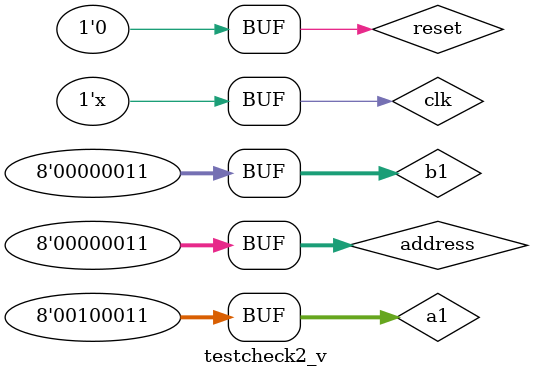
<source format=v>
`timescale 1ns / 1ps


module testcheck2_v;

	// Inputs
	reg clk;
	reg reset;
	reg [7:0] a1;
	reg [7:0] b1;
	reg [7:0] address;

	// Outputs
	wire [7:0] memdata;
	wire alusrca;
	wire memtoreg;
	wire regdst;
	wire iord;
	wire pcen;
	wire regwrite;
	wire [1:0] pcsrc;
	wire [1:0] alusrcb;
	wire [3:0] irwrite;
	wire [2:0] alucontrol;
	wire branch;
	wire [7:0] src1;
	wire [7:0] src2;
	wire [7:0] alucheck;
	wire [7:0] pcvalue;
	wire [7:0] nextpcvalue;
	wire [7:0] read1;
	wire [7:0] read2;
	wire [7:0] RgDst;
	wire [31:0] instr;
	wire zero;
	wire memread;
	wire memwrite;
	wire [7:0] adr;
	wire [7:0] writedata;

	// Instantiate the Unit Under Test (UUT)
	testbench uut (
		.clk(clk), 
		.reset(reset), 
		.a1(a1), 
		.b1(b1), 
		.address(address), 
		.memdata(memdata), 
		.alusrca(alusrca), 
		.memtoreg(memtoreg), 
		.regdst(regdst), 
		.iord(iord), 
		.pcen(pcen), 
		.regwrite(regwrite), 
		.pcsrc(pcsrc), 
		.alusrcb(alusrcb), 
		.irwrite(irwrite), 
		.alucontrol(alucontrol), 
		.branch(branch), 
		.src1(src1), 
		.src2(src2), 
		.alucheck(alucheck), 
		.pcvalue(pcvalue), 
		.nextpcvalue(nextpcvalue), 
		.read1(read1), 
		.read2(read2), 
		.RgDst(RgDst), 
		.instr(instr), 
		.zero(zero), 
		.memread(memread), 
		.memwrite(memwrite), 
		.adr(adr), 
		.writedata(writedata)
	);
always begin
#5
clk=~clk;
end
	initial begin
		// Initialize Inputs
		clk = 0;
		reset = 1;
		a1 = 8'h23;
		b1 = 8'h3;
		address = 0;

		// Wait 100 ns for global reset to finish
		#10;
		reset=0;
		address=1;
		#10;
		address=2;
		#10;
		address=3;
		#10;
		#10;
		
        
		// Add stimulus here

	end
      
endmodule


</source>
